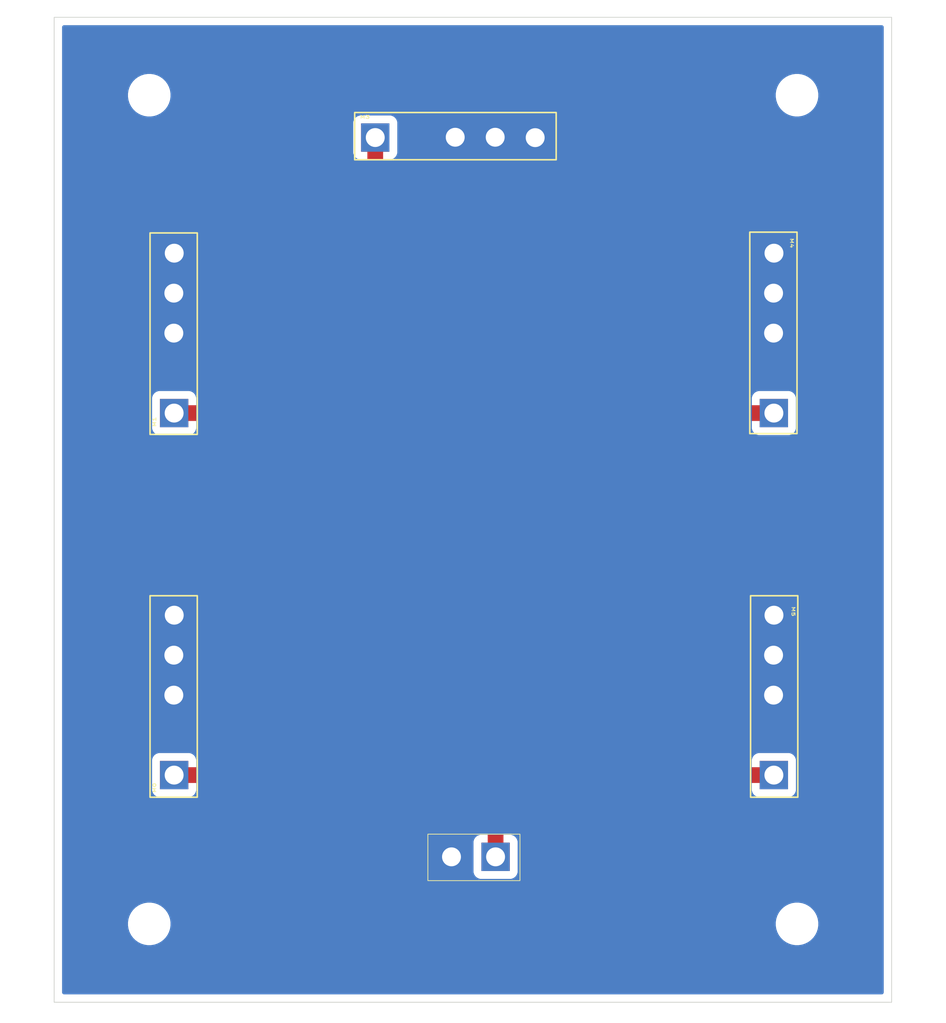
<source format=kicad_pcb>
(kicad_pcb (version 20241229) (generator "pcbnew") (generator_version "9.0")
  (layers (0 "F.Cu" signal) (2 "B.Cu" signal) (13 "F.Paste" user) (15 "B.Paste" user) (5 "F.SilkS" user "F.Silkscreen") (7 "B.SilkS" user "B.Silkscreen") (1 "F.Mask" user) (3 "B.Mask" user) (25 "Edge.Cuts" user))
  (net 0 "")
  (net 1 "GND")
  (net 2 "Net-(U1-1-Pad3)")
  (footprint "Testing:8737-SS_1" (layer "F.Cu") (at 106.28 58.166 90)
    (property "Reference" "U3" (hide yes))
    (property "Value" "8737" (hide yes))
    (fp_text user "M4" (at 6.066 1.42 270) (layer "F.SilkS") (effects (font (size 0.2 0.3) (thickness 0.05)) (justify left bottom)))
    (pad "" thru_hole rect (at 0 0.381 90) (size 2.2 1.819) (drill 1.2 (offset 0.2 0.0095)) (layers "*.Cu" "*.Mask") (net 1 "GND"))
    (pad "1" thru_hole rect (at 2.54 0.381 90) (size 2.14 1.819) (drill 1.2 (offset -0.17 0.0095)) (layers "*.Cu" "*.Mask") (net 1 "GND"))
    (pad "3" thru_hole rect (at -5.08 0.4 90) (size 1.8 1.8) (drill 1.2) (layers "*.Cu" "*.Mask") (net 2 "Net-(U1-1-Pad3)"))
    (pad "3" thru_hole rect (at 5.08 0.4064 90) (size 1.8 1.8) (drill 1.2) (layers "*.Cu" "*.Mask") (net 1 "GND"))
  )
  (footprint "Testing:8737-SS_1" (layer "F.Cu") (at 68.18 58.166 90)
    (property "Reference" "U4" (hide yes))
    (property "Value" "8737" (hide yes))
    (fp_text user "M1" (at -5.984 -0.73 90) (layer "F.SilkS") (effects (font (size 0.2 0.3) (thickness 0.05)) (justify left bottom)))
    (pad "" thru_hole rect (at 0 0.381 90) (size 2.2 1.819) (drill 1.2 (offset 0.2 0.0095)) (layers "*.Cu" "*.Mask") (net 1 "GND"))
    (pad "1" thru_hole rect (at 2.54 0.381 90) (size 2.14 1.819) (drill 1.2 (offset -0.17 0.0095)) (layers "*.Cu" "*.Mask") (net 1 "GND"))
    (pad "3" thru_hole rect (at -5.08 0.4 90) (size 1.8 1.8) (drill 1.2) (layers "*.Cu" "*.Mask") (net 2 "Net-(U1-1-Pad3)"))
    (pad "3" thru_hole rect (at 5.08 0.4064 90) (size 1.8 1.8) (drill 1.2) (layers "*.Cu" "*.Mask") (net 1 "GND"))
  )
  (footprint "MountingHole:MountingHole_2.2mm_M2" (layer "F.Cu") (at 108.15 95.7)
    (property "Reference" "REF**" (hide yes))
    (property "Value" "MountingHole_2.2mm_M2")
    (pad "" np_thru_hole circle (at 0 0) (size 2.2 2.2) (drill 2.2) (layers "*.Cu" "*.Mask"))
  )
  (footprint "MountingHole:MountingHole_2.2mm_M2" (layer "F.Cu") (at 108.15 43.05)
    (property "Reference" "REF**" (hide yes))
    (property "Value" "MountingHole_2.2mm_M2")
    (pad "" np_thru_hole circle (at 0 0) (size 2.2 2.2) (drill 2.2) (layers "*.Cu" "*.Mask"))
  )
  (footprint "MountingHole:MountingHole_2.2mm_M2" (layer "F.Cu") (at 67 95.7)
    (property "Reference" "REF**" (hide yes))
    (property "Value" "MountingHole_2.2mm_M2")
    (pad "" np_thru_hole circle (at 0 0) (size 2.2 2.2) (drill 2.2) (layers "*.Cu" "*.Mask"))
  )
  (footprint "Testing:8737-SS_1" (layer "F.Cu") (at 86.4362 45.339)
    (property "Reference" "U1" (hide yes))
    (property "Value" "8737" (hide yes))
    (fp_text user "M3" (at -6.0862 -0.789 0) (layer "F.SilkS") (effects (font (size 0.2 0.3) (thickness 0.05)) (justify left bottom)))
    (pad "" thru_hole rect (at 0 0.381) (size 2.2 1.819) (drill 1.2 (offset 0.2 0.0095)) (layers "*.Cu" "*.Mask") (net 1 "GND"))
    (pad "1" thru_hole rect (at 2.54 0.381) (size 2.14 1.819) (drill 1.2 (offset -0.17 0.0095)) (layers "*.Cu" "*.Mask") (net 1 "GND"))
    (pad "3" thru_hole rect (at -5.08 0.4) (size 1.8 1.8) (drill 1.2) (layers "*.Cu" "*.Mask") (net 2 "Net-(U1-1-Pad3)"))
    (pad "3" thru_hole rect (at 5.08 0.4064) (size 1.8 1.8) (drill 1.2) (layers "*.Cu" "*.Mask") (net 1 "GND"))
  )
  (footprint "MountingHole:MountingHole_2.2mm_M2" (layer "F.Cu") (at 67 43.05)
    (property "Reference" "REF**" (hide yes))
    (property "Value" "MountingHole_2.2mm_M2")
    (pad "" np_thru_hole circle (at 0 0) (size 2.2 2.2) (drill 2.2) (layers "*.Cu" "*.Mask"))
  )
  (footprint "Testing:8737-VCC" (layer "F.Cu") (at 89 91.44 -90)
    (property "Reference" "U22" (hide yes))
    (property "Value" "8737" (hide yes))
    (pad "1" thru_hole rect (at 0 0 270) (size 1.8 1.8) (drill 1.2) (layers "*.Cu" "*.Mask") (net 2 "Net-(U1-1-Pad3)"))
  )
  (footprint "Testing:8737-SS_1" (layer "F.Cu") (at 106.28 81.166 90)
    (property "Reference" "U2" (hide yes))
    (property "Value" "8737" (hide yes))
    (fp_text user "M5" (at 5.666 1.52 270) (layer "F.SilkS") (effects (font (size 0.2 0.3) (thickness 0.05)) (justify left bottom)))
    (pad "" thru_hole rect (at 0 0.381 90) (size 2.2 1.819) (drill 1.2 (offset 0.2 0.0095)) (layers "*.Cu" "*.Mask") (net 1 "GND"))
    (pad "1" thru_hole rect (at 2.54 0.381 90) (size 2.14 1.819) (drill 1.2 (offset -0.17 0.0095)) (layers "*.Cu" "*.Mask") (net 1 "GND"))
    (pad "3" thru_hole rect (at -5.08 0.4 90) (size 1.8 1.8) (drill 1.2) (layers "*.Cu" "*.Mask") (net 2 "Net-(U1-1-Pad3)"))
    (pad "3" thru_hole rect (at 5.08 0.4064 90) (size 1.8 1.8) (drill 1.2) (layers "*.Cu" "*.Mask") (net 1 "GND"))
  )
  (footprint "Testing:8737-Drain" (layer "F.Cu") (at 86.2 91.44 -90)
    (property "Reference" "U23" (hide yes))
    (property "Value" "8737" (hide yes))
    (pad "1" thru_hole rect (at 0 0 270) (size 1.8 1.8) (drill 1.2) (layers "*.Cu" "*.Mask") (net 1 "GND"))
  )
  (footprint "Testing:8737-SS_1" (layer "F.Cu") (at 68.18 81.166 90)
    (property "Reference" "U21" (hide yes))
    (property "Value" "8737" (hide yes))
    (fp_text user "M0" (at -6.234 -0.73 90) (layer "F.SilkS") (effects (font (size 0.2 0.3) (thickness 0.05)) (justify left bottom)))
    (pad "" thru_hole rect (at 0 0.381 90) (size 2.2 1.819) (drill 1.2 (offset 0.2 0.0095)) (layers "*.Cu" "*.Mask") (net 1 "GND"))
    (pad "1" thru_hole rect (at 2.54 0.381 90) (size 2.14 1.819) (drill 1.2 (offset -0.17 0.0095)) (layers "*.Cu" "*.Mask") (net 1 "GND"))
    (pad "3" thru_hole rect (at -5.08 0.4 90) (size 1.8 1.8) (drill 1.2) (layers "*.Cu" "*.Mask") (net 2 "Net-(U1-1-Pad3)"))
    (pad "3" thru_hole rect (at 5.08 0.4064 90) (size 1.8 1.8) (drill 1.2) (layers "*.Cu" "*.Mask") (net 1 "GND"))
  )
  (gr_rect (start 80.05 44.15) (end 92.85 47.15) (stroke (width 0.1)) (fill no) (layer "F.SilkS"))
  (gr_rect (start 67.05 51.8) (end 70.05 64.6) (stroke (width 0.1)) (fill no) (layer "F.SilkS"))
  (gr_rect (start 84.7 90) (end 90.55 92.95) (stroke (width 0.05)) (fill no) (layer "F.SilkS"))
  (gr_rect (start 105.2 74.85) (end 108.2 87.65) (stroke (width 0.1)) (fill no) (layer "F.SilkS"))
  (gr_rect (start 67.05 74.85) (end 70.05 87.65) (stroke (width 0.1)) (fill no) (layer "F.SilkS"))
  (gr_rect (start 105.15 51.75) (end 108.15 64.55) (stroke (width 0.1)) (fill no) (layer "F.SilkS"))
  (gr_rect (start 60.96 38.1) (end 114.16 100.68) (stroke (width 0.05)) (fill no) (layer "Edge.Cuts"))
  (segment (start 89 86.492) (end 88.754 86.246) (width 1) (layer "F.Cu") (net 2))
  (segment (start 68.58 63.246) (end 73.754 63.246) (width 1) (layer "F.Cu") (net 2))
  (segment (start 101.246 86.246) (end 101 86) (width 1) (layer "F.Cu") (net 2))
  (segment (start 101 86) (end 101 63) (width 1) (layer "F.Cu") (net 2))
  (segment (start 89 91.44) (end 89 86.492) (width 1) (layer "F.Cu") (net 2))
  (segment (start 74 51) (end 81 51) (width 1) (layer "F.Cu") (net 2))
  (segment (start 81.3562 50.6438) (end 81 51) (width 1) (layer "F.Cu") (net 2))
  (segment (start 68.58 86.246) (end 88.754 86.246) (width 1) (layer "F.Cu") (net 2))
  (segment (start 74 63) (end 74 51) (width 1) (layer "F.Cu") (net 2))
  (segment (start 74 86) (end 74 64) (width 1) (layer "F.Cu") (net 2))
  (segment (start 101.246 63.246) (end 101 63) (width 1) (layer "F.Cu") (net 2))
  (segment (start 74 64) (end 74 63) (width 1) (layer "F.Cu") (net 2))
  (segment (start 81.3562 45.739) (end 81.3562 50.6438) (width 1) (layer "F.Cu") (net 2))
  (segment (start 101 63) (end 101 51) (width 1) (layer "F.Cu") (net 2))
  (segment (start 106.68 86.246) (end 101.246 86.246) (width 1) (layer "F.Cu") (net 2))
  (segment (start 81 51) (end 101 51) (width 1) (layer "F.Cu") (net 2))
  (segment (start 73.754 63.246) (end 74 63) (width 1) (layer "F.Cu") (net 2))
  (segment (start 106.68 63.246) (end 101.246 63.246) (width 1) (layer "F.Cu") (net 2))
  (zone (net 1) (net_name "GND") (layer "B.Cu") (connect_pads yes (clearance 0.5)) (min_thickness 0.25) (fill yes (thermal_gap 0.5) (thermal_bridge_width 0.5))
    (polygon (pts (xy 60 37) (xy 115 37) (xy 115 102) (xy 60 102)))
  )
)
</source>
